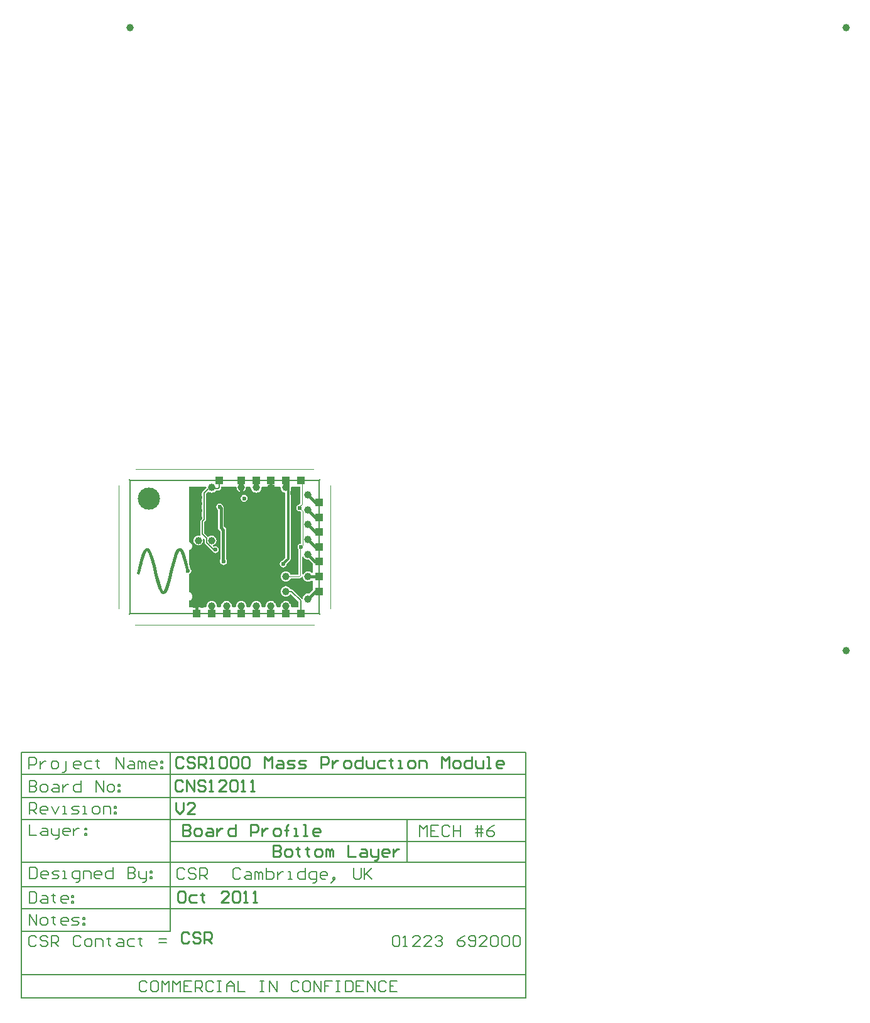
<source format=gbl>
%FSAX44Y44*%
%MOMM*%
G71*
G01*
G75*
G04 Layer_Physical_Order=2*
G04 Layer_Color=48896*
%ADD10R,0.6000X1.9000*%
%ADD11R,0.3500X0.5000*%
%ADD12R,0.5000X0.3500*%
%ADD13R,3.2000X3.2000*%
%ADD14R,1.4000X1.1000*%
%ADD15R,0.6000X1.2000*%
%ADD16R,1.3000X2.1000*%
%ADD17R,1.0000X1.2000*%
%ADD18R,0.5000X0.5000*%
%ADD19C,1.0000*%
%ADD20R,0.5000X0.5000*%
%ADD21C,0.2600*%
%ADD22C,0.2000*%
%ADD23C,0.1500*%
%ADD24C,0.4500*%
%ADD25C,0.3500*%
%ADD26C,0.1250*%
%ADD27C,0.4000*%
%ADD28C,0.2540*%
%ADD29C,0.3000*%
%ADD30C,0.5000*%
%ADD31C,0.0000*%
%ADD32C,0.1000*%
%ADD33R,1.0000X1.0000*%
%ADD34C,0.3000*%
%ADD35R,1.0000X1.0000*%
%ADD36C,3.0000*%
%ADD37C,0.6000*%
G36*
X00503557Y00888448D02*
D01*
X00503585Y00888429D01*
X00503585Y00888429D01*
X00503585D01*
X00503585Y00888429D01*
X00504438Y00887684D01*
D01*
X00504442Y00887681D01*
X00504442Y00887681D01*
X00504442D01*
X00504445Y00887677D01*
X00504454Y00887668D01*
Y00887668D01*
D01*
Y00887668D01*
D01*
D01*
X00504454D01*
X00504454Y00887668D01*
X00505096Y00886901D01*
X00505096Y00886901D01*
X00505096D01*
X00505106Y00886888D01*
D01*
X00505107Y00886886D01*
X00505107Y00886886D01*
X00505107D01*
X00506071Y00885389D01*
X00506071Y00885388D01*
X00506072Y00885388D01*
X00506072D01*
X00506074Y00885387D01*
X00506080Y00885375D01*
X00506081Y00885372D01*
X00507489Y00882400D01*
X00507489Y00882400D01*
X00507489D01*
X00507489Y00882400D01*
D01*
X00507495Y00882386D01*
X00507495Y00882385D01*
X00509554Y00876457D01*
Y00876457D01*
D01*
D01*
D01*
D01*
D01*
D01*
D01*
Y00876457D01*
X00509557Y00876448D01*
X00509557D01*
D01*
X00511227Y00870520D01*
D01*
D01*
D01*
D01*
D01*
D01*
X00511227D01*
D01*
Y00870520D01*
D01*
X00511228Y00870519D01*
X00511228Y00870519D01*
X00511228Y00870519D01*
X00511230Y00870516D01*
D01*
X00511230Y00870516D01*
X00513996Y00859395D01*
X00513338Y00858309D01*
X00510201Y00857553D01*
Y00857553D01*
D01*
D01*
Y00857553D01*
D01*
D01*
D01*
D01*
D01*
D01*
X00510201D01*
D01*
D01*
D01*
D01*
D01*
D01*
X00510201D01*
D01*
D01*
D01*
X00510201D01*
X00510044Y00857647D01*
X00510044Y00857647D01*
X00510044Y00857647D01*
X00510044Y00857647D01*
Y00857647D01*
Y00857647D01*
X00510044D01*
X00508607Y00863558D01*
X00508607Y00863558D01*
X00508607Y00863559D01*
X00507113Y00869427D01*
X00505482Y00875215D01*
X00504575Y00878042D01*
X00503553Y00880779D01*
X00502986Y00882079D01*
X00502367Y00883290D01*
X00501793Y00884185D01*
X00501793Y00884185D01*
D01*
D01*
D01*
D01*
X00501693Y00884343D01*
X00501692Y00884343D01*
X00501366Y00884733D01*
X00501366Y00884733D01*
X00501146Y00884930D01*
D01*
X00501141Y00884935D01*
D01*
X00501141D01*
D01*
X00501141Y00884935D01*
D01*
X00501119Y00884955D01*
X00501115Y00884958D01*
X00501115D01*
D01*
D01*
D01*
D01*
D01*
D01*
D01*
X00501009Y00884876D01*
D01*
Y00884876D01*
D01*
D01*
D01*
Y00884876D01*
D01*
D01*
D01*
D01*
D01*
X00501001Y00884866D01*
X00501001Y00884866D01*
X00501001D01*
D01*
D01*
D01*
Y00884865D01*
D01*
D01*
X00500524Y00884235D01*
X00500524D01*
D01*
D01*
D01*
X00500524Y00884235D01*
X00500019Y00883566D01*
X00498531Y00880426D01*
X00497528Y00877672D01*
X00495797Y00871959D01*
X00492803Y00860218D01*
X00492802D01*
X00492802Y00860218D01*
X00489127Y00845396D01*
D01*
D01*
D01*
D01*
X00489127Y00845395D01*
D01*
Y00845395D01*
D01*
Y00845395D01*
D01*
X00489127D01*
D01*
X00489127Y00845395D01*
X00489126Y00845388D01*
X00489126Y00845388D01*
X00489126D01*
X00486464Y00836490D01*
D01*
X00486463Y00836487D01*
D01*
D01*
D01*
D01*
D01*
D01*
D01*
D01*
X00486463Y00836487D01*
D01*
D01*
X00486464Y00836487D01*
X00486460Y00836477D01*
X00484662Y00832034D01*
X00484657Y00832023D01*
Y00832023D01*
D01*
Y00832023D01*
D01*
D01*
D01*
D01*
X00484657Y00832023D01*
X00484657Y00832023D01*
Y00832023D01*
X00484657D01*
D01*
D01*
D01*
D01*
D01*
D01*
D01*
X00484657Y00832023D01*
D01*
D01*
D01*
D01*
D01*
D01*
D01*
D01*
X00484657Y00832023D01*
X00484656Y00832022D01*
X00484656Y00832022D01*
D01*
D01*
D01*
D01*
X00483856Y00830517D01*
D01*
D01*
D01*
D01*
X00483856Y00830517D01*
X00483856Y00830517D01*
X00483856Y00830516D01*
X00483856D01*
X00483850Y00830500D01*
X00482782Y00828997D01*
X00482784Y00828995D01*
X00482776Y00828975D01*
X00482035Y00828222D01*
D01*
X00482022Y00828207D01*
X00482015Y00828205D01*
X00482015Y00828205D01*
X00482015Y00828205D01*
X00480984Y00827493D01*
X00480947Y00827475D01*
X00480947D01*
Y00827475D01*
D01*
D01*
Y00827475D01*
X00480946Y00827474D01*
D01*
D01*
Y00827474D01*
D01*
D01*
X00479496Y00827041D01*
X00479496Y00827041D01*
X00479496Y00827041D01*
X00479441Y00827036D01*
X00479441D01*
X00479441Y00827036D01*
X00477870Y00827226D01*
X00477870D01*
X00477870Y00827227D01*
X00477826Y00827240D01*
X00477826Y00827240D01*
X00477825Y00827241D01*
D01*
X00477825Y00827241D01*
X00477825Y00827241D01*
X00477825D01*
D01*
D01*
X00477825D01*
X00477824Y00827241D01*
X00477823Y00827241D01*
X00477823Y00827241D01*
X00477823D01*
D01*
X00476613Y00827883D01*
D01*
X00476585Y00827902D01*
D01*
X00476585Y00827902D01*
X00476585Y00827902D01*
X00475748Y00828657D01*
Y00828657D01*
X00475748D01*
X00475746Y00828659D01*
X00475740Y00828665D01*
X00475730Y00828676D01*
Y00828676D01*
D01*
X00475730D01*
X00475729Y00828678D01*
Y00828678D01*
X00475729D01*
X00475722Y00828687D01*
Y00828687D01*
X00475722Y00828687D01*
X00474584Y00830186D01*
Y00830186D01*
X00474583Y00830187D01*
Y00830187D01*
X00474583D01*
D01*
D01*
X00474578Y00830188D01*
X00474573Y00830201D01*
X00473734Y00831692D01*
X00473734Y00831693D01*
X00473733Y00831693D01*
X00473728Y00831704D01*
X00472425Y00834677D01*
X00472425D01*
X00472420Y00834687D01*
X00470436Y00840615D01*
X00470436D01*
X00470436Y00840615D01*
X00470434Y00840621D01*
Y00840621D01*
X00470434D01*
D01*
D01*
D01*
D01*
D01*
Y00840621D01*
D01*
D01*
D01*
Y00840621D01*
X00469171Y00845396D01*
X00467308Y00852437D01*
X00467294Y00852491D01*
X00467294Y00852491D01*
X00467292Y00852494D01*
X00467293Y00852496D01*
X00464414Y00864328D01*
X00461251Y00875962D01*
X00459258Y00881473D01*
X00458019Y00883872D01*
X00457733Y00884246D01*
X00457733Y00884246D01*
D01*
D01*
D01*
X00457733D01*
X00457345Y00884753D01*
Y00884753D01*
D01*
D01*
X00457115Y00884958D01*
X00457115Y00884958D01*
D01*
X00456990Y00884862D01*
X00456990Y00884862D01*
X00456698Y00884547D01*
X00456674Y00884522D01*
X00456674Y00884522D01*
X00456463Y00884215D01*
X00456463D01*
X00456463Y00884215D01*
X00456463D01*
X00456463D01*
Y00884215D01*
X00455994Y00883536D01*
X00455372Y00882353D01*
X00454255Y00879714D01*
X00453284Y00876934D01*
X00451985Y00872642D01*
X00450810Y00868276D01*
X00447181Y00853516D01*
Y00853516D01*
D01*
D01*
D01*
D01*
D01*
D01*
D01*
D01*
D01*
D01*
D01*
D01*
D01*
X00447181D01*
D01*
D01*
D01*
D01*
D01*
X00447181Y00853516D01*
Y00853516D01*
X00447056Y00853406D01*
D01*
X00447025Y00853419D01*
X00443886Y00854186D01*
X00443227Y00855272D01*
X00446688Y00869340D01*
Y00869340D01*
Y00869340D01*
D01*
D01*
D01*
X00446688D01*
D01*
D01*
D01*
D01*
D01*
D01*
D01*
D01*
D01*
D01*
D01*
D01*
D01*
X00446688D01*
D01*
D01*
D01*
D01*
D01*
D01*
D01*
D01*
Y00869340D01*
D01*
D01*
D01*
D01*
D01*
D01*
X00446688Y00869340D01*
X00449234Y00878249D01*
X00449235Y00878249D01*
X00449234Y00878249D01*
D01*
D01*
D01*
D01*
D01*
D01*
D01*
D01*
D01*
D01*
D01*
D01*
D01*
D01*
D01*
X00449234Y00878249D01*
X00449234Y00878250D01*
X00449236Y00878256D01*
X00449237Y00878257D01*
X00450272Y00881219D01*
X00450275Y00881227D01*
X00450275Y00881227D01*
X00450275Y00881227D01*
X00450276Y00881228D01*
X00451528Y00884185D01*
Y00884185D01*
X00451529Y00884187D01*
D01*
X00451529Y00884187D01*
Y00884187D01*
D01*
X00451533Y00884197D01*
X00452326Y00885702D01*
D01*
D01*
D01*
D01*
D01*
X00452327D01*
D01*
Y00885702D01*
D01*
D01*
D01*
D01*
X00452327Y00885702D01*
X00452334Y00885714D01*
X00452334D01*
D01*
D01*
Y00885714D01*
D01*
D01*
D01*
Y00885714D01*
D01*
D01*
D01*
D01*
D01*
D01*
X00452333Y00885717D01*
X00452333Y00885718D01*
X00453344Y00887168D01*
X00453380Y00887219D01*
Y00887218D01*
X00453380Y00887219D01*
X00453381Y00887220D01*
X00453378Y00887222D01*
X00453386Y00887241D01*
X00454105Y00887994D01*
X00454105Y00887994D01*
X00454105Y00887994D01*
X00454122Y00888009D01*
D01*
X00454122D01*
D01*
D01*
X00454122D01*
D01*
X00454122D01*
Y00888009D01*
D01*
D01*
X00455109Y00888728D01*
X00455113Y00888731D01*
X00455113Y00888731D01*
X00455126Y00888740D01*
X00455148Y00888750D01*
X00455149Y00888750D01*
X00455232Y00888778D01*
X00458912D01*
X00459504Y00888489D01*
X00459504Y00888489D01*
X00459536Y00888476D01*
X00460402Y00887717D01*
D01*
X00460424Y00887701D01*
X00461594Y00886183D01*
X00461594D01*
X00461600Y00886182D01*
X00461607Y00886164D01*
X00463157Y00883184D01*
X00463157Y00883184D01*
X00463158Y00883183D01*
X00463158Y00883183D01*
X00463164Y00883168D01*
X00465313Y00877237D01*
X00465313Y00877237D01*
X00465313Y00877237D01*
X00465317Y00877226D01*
D01*
X00468546Y00865355D01*
X00468547Y00865350D01*
X00471428Y00853508D01*
X00474516Y00841832D01*
X00476392Y00836221D01*
X00477530Y00833622D01*
X00478175Y00832473D01*
X00478489Y00832054D01*
Y00832054D01*
X00478489D01*
X00478489D01*
X00478489Y00832054D01*
X00478489D01*
X00478848Y00831575D01*
D01*
X00478848D01*
X00478848Y00831575D01*
X00479111Y00831332D01*
X00479208Y00831405D01*
X00479208Y00831405D01*
X00479504Y00831717D01*
X00479520Y00831733D01*
X00479520Y00831733D01*
X00479759Y00832074D01*
X00479759D01*
X00479759Y00832074D01*
X00479759D01*
X00479759D01*
Y00832074D01*
X00480199Y00832702D01*
X00480822Y00833874D01*
X00482443Y00837889D01*
X00485012Y00846486D01*
X00488664Y00861220D01*
X00488665Y00861221D01*
X00491694Y00873096D01*
X00491694Y00873096D01*
X00491694Y00873098D01*
X00491695Y00873102D01*
X00493493Y00879029D01*
X00493493Y00879029D01*
X00493492Y00879030D01*
X00493495Y00879036D01*
X00494573Y00881994D01*
X00494573Y00881994D01*
X00494577Y00882004D01*
D01*
X00494577Y00882005D01*
X00496348Y00885724D01*
X00496348Y00885724D01*
Y00885724D01*
X00496356Y00885743D01*
D01*
X00496356Y00885743D01*
X00496358Y00885742D01*
X00497109Y00886883D01*
X00497109D01*
Y00886883D01*
D01*
D01*
D01*
D01*
D01*
X00497109D01*
D01*
X00497109Y00886883D01*
X00497109Y00886883D01*
X00497113Y00886888D01*
D01*
X00497113D01*
D01*
Y00886888D01*
X00497122Y00886900D01*
X00497122D01*
X00497122D01*
X00497122D01*
D01*
D01*
D01*
D01*
Y00886900D01*
X00497122Y00886900D01*
X00497122D01*
X00497122D01*
D01*
X00498145Y00888027D01*
X00498145Y00888027D01*
Y00888027D01*
X00498166Y00888045D01*
X00498166D01*
X00498167Y00888046D01*
X00498167Y00888046D01*
Y00888046D01*
X00498167D01*
D01*
X00499175Y00888765D01*
Y00888765D01*
X00499175Y00888765D01*
Y00888765D01*
X00499177Y00888770D01*
X00499198Y00888778D01*
X00502914D01*
X00503557Y00888448D01*
D02*
G37*
G36*
X00668026Y00877070D02*
X00669148Y00875608D01*
X00670610Y00874485D01*
X00672313Y00873780D01*
X00674140Y00873540D01*
X00674620Y00873603D01*
X00680140Y00868082D01*
Y00856366D01*
X00679737Y00856056D01*
X00679001Y00855693D01*
X00677670Y00856714D01*
X00675967Y00857420D01*
X00674140Y00857660D01*
X00672313Y00857420D01*
X00670610Y00856714D01*
X00669148Y00855592D01*
X00668026Y00854130D01*
X00667812Y00853615D01*
X00666566Y00853862D01*
Y00877337D01*
X00667812Y00877585D01*
X00668026Y00877070D01*
D02*
G37*
G36*
X00626140Y00974600D02*
X00628922D01*
X00628940Y00971600D01*
X00636248D01*
X00637086Y00970645D01*
X00637080Y00970600D01*
X00637320Y00968773D01*
X00638026Y00967070D01*
X00639148Y00965608D01*
X00640610Y00964485D01*
X00642313Y00963780D01*
X00643571Y00963614D01*
Y00876078D01*
X00639193Y00871700D01*
X00638634Y00871589D01*
X00637146Y00870594D01*
X00636151Y00869106D01*
X00635802Y00867350D01*
X00636151Y00865594D01*
X00637146Y00864106D01*
X00638634Y00863111D01*
X00640390Y00862762D01*
X00642146Y00863111D01*
X00643634Y00864106D01*
X00644629Y00865594D01*
X00644978Y00867350D01*
X00644971Y00867384D01*
X00649663Y00872077D01*
X00650437Y00873234D01*
X00650709Y00874600D01*
Y00968166D01*
X00650960Y00968773D01*
X00651200Y00970600D01*
X00651195Y00970645D01*
X00652032Y00971600D01*
X00663214D01*
Y00949209D01*
X00661396Y00947391D01*
X00661134Y00947339D01*
X00659646Y00946344D01*
X00658651Y00944856D01*
X00658302Y00943100D01*
X00658651Y00941344D01*
X00659646Y00939856D01*
X00661134Y00938861D01*
X00662890Y00938512D01*
X00663282Y00938590D01*
X00664264Y00937784D01*
Y00895113D01*
X00662884Y00894839D01*
X00661396Y00893844D01*
X00660401Y00892356D01*
X00660052Y00890600D01*
X00660401Y00888844D01*
X00661214Y00887628D01*
Y00853459D01*
X00661031Y00853276D01*
X00650608D01*
X00650255Y00854130D01*
X00649133Y00855592D01*
X00647670Y00856714D01*
X00645967Y00857420D01*
X00644140Y00857660D01*
X00642313Y00857420D01*
X00640610Y00856714D01*
X00639148Y00855592D01*
X00638026Y00854130D01*
X00637320Y00852427D01*
X00637080Y00850600D01*
X00637320Y00848773D01*
X00638026Y00847070D01*
X00639148Y00845608D01*
X00640610Y00844485D01*
X00642313Y00843780D01*
X00644140Y00843540D01*
X00645967Y00843780D01*
X00647670Y00844485D01*
X00649133Y00845608D01*
X00650255Y00847070D01*
X00650608Y00847924D01*
X00662140D01*
X00662140Y00847924D01*
X00662994Y00848093D01*
X00663164Y00848127D01*
X00664033Y00848707D01*
X00665782Y00850457D01*
X00665783Y00850457D01*
X00665880Y00850604D01*
X00667117Y00850315D01*
X00667320Y00848773D01*
X00668026Y00847070D01*
X00669148Y00845608D01*
X00670610Y00844485D01*
X00672313Y00843780D01*
X00674140Y00843540D01*
X00675967Y00843780D01*
X00677670Y00844485D01*
X00679001Y00845507D01*
X00679737Y00845144D01*
X00680140Y00844834D01*
Y00832368D01*
X00675282Y00827510D01*
X00674140Y00827660D01*
X00672313Y00827420D01*
X00670610Y00826714D01*
X00669148Y00825592D01*
X00668026Y00824130D01*
X00667320Y00822427D01*
X00667107Y00820809D01*
X00665905Y00820401D01*
X00653723Y00832583D01*
X00652813Y00833190D01*
X00651740Y00833404D01*
X00650555D01*
X00650255Y00834130D01*
X00649133Y00835592D01*
X00647670Y00836714D01*
X00645967Y00837420D01*
X00644140Y00837660D01*
X00642313Y00837420D01*
X00640610Y00836714D01*
X00639148Y00835592D01*
X00638026Y00834130D01*
X00637320Y00832427D01*
X00637080Y00830600D01*
X00637320Y00828773D01*
X00638026Y00827070D01*
X00639148Y00825608D01*
X00640610Y00824485D01*
X00642313Y00823780D01*
X00644140Y00823540D01*
X00645967Y00823780D01*
X00647670Y00824485D01*
X00649133Y00825608D01*
X00650124Y00826900D01*
X00650590Y00826931D01*
X00652048Y00826327D01*
X00661336Y00817039D01*
Y00809600D01*
X00652032D01*
X00651195Y00810555D01*
X00651200Y00810600D01*
X00650960Y00812427D01*
X00650255Y00814130D01*
X00649133Y00815592D01*
X00647670Y00816714D01*
X00645967Y00817420D01*
X00644140Y00817660D01*
X00642313Y00817420D01*
X00640610Y00816714D01*
X00639148Y00815592D01*
X00638026Y00814130D01*
X00637320Y00812427D01*
X00637080Y00810600D01*
X00637086Y00810555D01*
X00636248Y00809600D01*
X00632032D01*
X00631194Y00810555D01*
X00631200Y00810600D01*
X00630960Y00812427D01*
X00630255Y00814130D01*
X00629132Y00815592D01*
X00627670Y00816714D01*
X00625967Y00817420D01*
X00624140Y00817660D01*
X00622313Y00817420D01*
X00620610Y00816714D01*
X00619148Y00815592D01*
X00618026Y00814130D01*
X00617320Y00812427D01*
X00617080Y00810600D01*
X00617086Y00810555D01*
X00616248Y00809600D01*
X00612032D01*
X00611194Y00810555D01*
X00611200Y00810600D01*
X00610960Y00812427D01*
X00610255Y00814130D01*
X00609132Y00815592D01*
X00607670Y00816714D01*
X00605967Y00817420D01*
X00604140Y00817660D01*
X00602313Y00817420D01*
X00600610Y00816714D01*
X00599148Y00815592D01*
X00598026Y00814130D01*
X00597320Y00812427D01*
X00597080Y00810600D01*
X00597086Y00810555D01*
X00596248Y00809600D01*
X00592032D01*
X00591194Y00810555D01*
X00591200Y00810600D01*
X00590960Y00812427D01*
X00590255Y00814130D01*
X00589132Y00815592D01*
X00587670Y00816714D01*
X00585967Y00817420D01*
X00584140Y00817660D01*
X00582313Y00817420D01*
X00580610Y00816714D01*
X00579148Y00815592D01*
X00578026Y00814130D01*
X00577320Y00812427D01*
X00577080Y00810600D01*
X00577086Y00810555D01*
X00576248Y00809600D01*
X00572032D01*
X00571194Y00810555D01*
X00571200Y00810600D01*
X00570960Y00812427D01*
X00570255Y00814130D01*
X00569132Y00815592D01*
X00567670Y00816714D01*
X00565967Y00817420D01*
X00564140Y00817660D01*
X00562313Y00817420D01*
X00560610Y00816714D01*
X00559148Y00815592D01*
X00558026Y00814130D01*
X00557320Y00812427D01*
X00557080Y00810600D01*
X00557086Y00810555D01*
X00556248Y00809600D01*
X00552032D01*
X00551194Y00810555D01*
X00551200Y00810600D01*
X00550960Y00812427D01*
X00550255Y00814130D01*
X00549132Y00815592D01*
X00547670Y00816714D01*
X00545967Y00817420D01*
X00544140Y00817660D01*
X00542313Y00817420D01*
X00540610Y00816714D01*
X00539148Y00815592D01*
X00538026Y00814130D01*
X00537320Y00812427D01*
X00537080Y00810600D01*
X00537086Y00810555D01*
X00536248Y00809600D01*
X00514140D01*
Y00818124D01*
X00515237Y00818343D01*
X00516576Y00819238D01*
X00517472Y00820577D01*
X00517786Y00822158D01*
Y00825658D01*
Y00825658D01*
X00517472Y00827238D01*
X00516576Y00828577D01*
X00515237Y00829473D01*
X00514140Y00829691D01*
Y00854224D01*
X00515384Y00855056D01*
X00516379Y00856544D01*
X00516728Y00858300D01*
X00516379Y00860056D01*
X00515669Y00861119D01*
X00514140Y00867264D01*
Y00886624D01*
X00515237Y00886842D01*
X00516576Y00887738D01*
X00517472Y00889077D01*
X00517786Y00890658D01*
Y00892907D01*
Y00892907D01*
X00517472Y00894488D01*
X00516576Y00895827D01*
X00515237Y00896722D01*
X00514140Y00896941D01*
Y00971600D01*
X00536252Y00971634D01*
X00537090Y00970680D01*
X00537080Y00970600D01*
X00537102Y00970427D01*
X00531907Y00965233D01*
X00531300Y00964323D01*
X00531086Y00963250D01*
Y00928794D01*
X00529570Y00927278D01*
X00528963Y00926368D01*
X00528749Y00925295D01*
Y00907887D01*
X00528963Y00906814D01*
X00529269Y00906355D01*
X00528464Y00905373D01*
X00527837Y00905633D01*
X00526140Y00905856D01*
X00524443Y00905633D01*
X00522862Y00904978D01*
X00521504Y00903936D01*
X00520462Y00902578D01*
X00519807Y00900997D01*
X00519584Y00899300D01*
X00519807Y00897603D01*
X00520462Y00896022D01*
X00521504Y00894664D01*
X00522862Y00893622D01*
X00524443Y00892967D01*
X00526140Y00892744D01*
X00527837Y00892967D01*
X00529418Y00893622D01*
X00530776Y00894664D01*
X00531818Y00896022D01*
X00532473Y00897603D01*
X00532696Y00899300D01*
X00532473Y00900997D01*
X00532300Y00901413D01*
X00533356Y00902118D01*
X00534586Y00900889D01*
Y00896504D01*
X00534800Y00895431D01*
X00535407Y00894521D01*
X00544934Y00884995D01*
X00545896Y00883556D01*
X00547384Y00882561D01*
X00549140Y00882212D01*
X00550896Y00882561D01*
X00552384Y00883556D01*
X00553379Y00885044D01*
X00553728Y00886800D01*
X00553379Y00888556D01*
X00552384Y00890044D01*
X00550896Y00891039D01*
X00549140Y00891388D01*
X00547384Y00891039D01*
X00547046Y00890813D01*
X00545977Y00891882D01*
X00546225Y00893128D01*
X00547418Y00893622D01*
X00548776Y00894664D01*
X00549818Y00896022D01*
X00550473Y00897603D01*
X00550696Y00899300D01*
X00550473Y00900997D01*
X00549818Y00902578D01*
X00548776Y00903936D01*
X00547418Y00904978D01*
X00545837Y00905633D01*
X00544140Y00905856D01*
X00542443Y00905633D01*
X00540862Y00904978D01*
X00539504Y00903936D01*
X00539373Y00904033D01*
X00539373Y00904033D01*
Y00904033D01*
X00534357Y00909048D01*
Y00924134D01*
X00535873Y00925650D01*
X00536480Y00926560D01*
X00536694Y00927633D01*
Y00962089D01*
X00539750Y00965145D01*
X00540610Y00964485D01*
X00542313Y00963780D01*
X00544140Y00963540D01*
X00545967Y00963780D01*
X00547670Y00964485D01*
X00549132Y00965608D01*
X00549891Y00966596D01*
X00552940D01*
X00554013Y00966809D01*
X00554923Y00967417D01*
X00556123Y00968617D01*
X00556730Y00969527D01*
X00556944Y00970600D01*
Y00971666D01*
X00577239Y00971697D01*
X00578046Y00970716D01*
X00578022Y00970600D01*
X00578488Y00968259D01*
X00579814Y00966274D01*
X00581799Y00964948D01*
X00582140Y00964880D01*
Y00970600D01*
X00586140D01*
Y00964880D01*
X00586481Y00964948D01*
X00588466Y00966274D01*
X00589792Y00968259D01*
X00590258Y00970600D01*
X00590234Y00970718D01*
X00591040Y00971700D01*
X00596261D01*
X00597099Y00970745D01*
X00597080Y00970600D01*
X00597320Y00968773D01*
X00598026Y00967070D01*
X00599148Y00965608D01*
X00600610Y00964485D01*
X00602313Y00963780D01*
X00604140Y00963540D01*
X00605967Y00963780D01*
X00607670Y00964485D01*
X00609132Y00965608D01*
X00610255Y00967070D01*
X00610960Y00968773D01*
X00611200Y00970600D01*
X00611181Y00970745D01*
X00612019Y00971700D01*
X00619640D01*
X00619581Y00973689D01*
X00620466Y00974600D01*
X00622140D01*
Y00980600D01*
X00626140D01*
Y00974600D01*
D02*
G37*
%LPC*%
G36*
X00554948Y00949083D02*
X00553192Y00948734D01*
X00551704Y00947739D01*
X00550709Y00946251D01*
X00550360Y00944495D01*
X00550709Y00942739D01*
X00551704Y00941251D01*
X00552562Y00940677D01*
Y00916700D01*
X00552562Y00916700D01*
X00552821Y00915398D01*
X00552872Y00915139D01*
X00553756Y00913816D01*
X00555762Y00911811D01*
Y00873744D01*
X00555372Y00873161D01*
X00555321Y00872902D01*
X00555062Y00871600D01*
X00555321Y00870298D01*
X00555372Y00870039D01*
X00555787Y00869418D01*
X00555901Y00868844D01*
X00556896Y00867356D01*
X00558384Y00866361D01*
X00560140Y00866012D01*
X00561896Y00866361D01*
X00563384Y00867356D01*
X00564379Y00868844D01*
X00564728Y00870600D01*
X00564624Y00871125D01*
X00564718Y00871600D01*
X00564408Y00873161D01*
X00563918Y00873893D01*
Y00913500D01*
X00563608Y00915061D01*
X00562724Y00916384D01*
X00562724Y00916384D01*
X00560718Y00918389D01*
Y00942803D01*
X00560408Y00944364D01*
X00559524Y00945687D01*
X00559265Y00945860D01*
X00559187Y00946251D01*
X00558192Y00947739D01*
X00556704Y00948734D01*
X00554948Y00949083D01*
D02*
G37*
G36*
X00587840Y00960688D02*
X00586084Y00960339D01*
X00584596Y00959344D01*
X00583601Y00957856D01*
X00583252Y00956100D01*
X00583601Y00954344D01*
X00584596Y00952856D01*
X00586084Y00951861D01*
X00587840Y00951512D01*
X00589596Y00951861D01*
X00591084Y00952856D01*
X00592079Y00954344D01*
X00592428Y00956100D01*
X00592079Y00957856D01*
X00591084Y00959344D01*
X00589596Y00960339D01*
X00587840Y00960688D01*
D02*
G37*
%LPD*%
D19*
X00584140Y00970600D02*
D03*
X00624140Y00810600D02*
D03*
X00604140D02*
D03*
X00544140Y00970600D02*
D03*
X00644140D02*
D03*
X00674140Y00960600D02*
D03*
Y00940600D02*
D03*
Y00920600D02*
D03*
X00644140Y00830600D02*
D03*
Y00810600D02*
D03*
X00544140D02*
D03*
X00564140D02*
D03*
X00584140D02*
D03*
X00644140Y00850600D02*
D03*
X00604140Y00970600D02*
D03*
X01399140Y00750600D02*
D03*
Y01590600D02*
D03*
X00434140D02*
D03*
X00674140Y00900600D02*
D03*
Y00880600D02*
D03*
Y00850600D02*
D03*
Y00820600D02*
D03*
X00526140Y00899300D02*
D03*
X00544140D02*
D03*
D22*
X00967940Y00282760D02*
Y00432640D01*
X00287837Y00282569D02*
X00967836D01*
X00807837Y00465498D02*
Y00522569D01*
X00487940Y00493569D02*
X00761837D01*
X00487940Y00405173D02*
Y00432640D01*
X00287940Y00416569D02*
Y00432640D01*
X00757836Y00493569D02*
X00967940D01*
X00287837Y00372569D02*
X00487836D01*
X00287940Y00282760D02*
Y00416569D01*
Y00613760D02*
X00967940Y00613640D01*
X00287940Y00552640D02*
X00477940Y00552640D01*
X00287940Y00522640D02*
X00477940D01*
X00287940Y00432640D02*
X00477940D01*
X00287940Y00402640D02*
X00477940D01*
X00487940Y00432640D02*
Y00613760D01*
X00287940Y00432640D02*
Y00613760D01*
X00477940Y00552640D02*
X00967940D01*
X00477940Y00522640D02*
X00967940D01*
X00477940Y00432640D02*
X00967940D01*
X00477940Y00402640D02*
X00967940D01*
Y00432640D02*
Y00613640D01*
X00487940Y00372569D02*
Y00405173D01*
X00287940Y00465569D02*
X00967940D01*
X00287940Y00583569D02*
X00967940D01*
X00287940Y00313569D02*
X00967940D01*
X00456937Y00303256D02*
X00454437Y00305755D01*
X00449439D01*
X00446940Y00303256D01*
Y00293259D01*
X00449439Y00290760D01*
X00454437D01*
X00456937Y00293259D01*
X00469433Y00305755D02*
X00464434D01*
X00461935Y00303256D01*
Y00293259D01*
X00464434Y00290760D01*
X00469433D01*
X00471932Y00293259D01*
Y00303256D01*
X00469433Y00305755D01*
X00476930Y00290760D02*
Y00305755D01*
X00481929Y00300757D01*
X00486927Y00305755D01*
Y00290760D01*
X00491925D02*
Y00305755D01*
X00496924Y00300757D01*
X00501922Y00305755D01*
Y00290760D01*
X00516917Y00305755D02*
X00506921D01*
Y00290760D01*
X00516917D01*
X00506921Y00298258D02*
X00511919D01*
X00521916Y00290760D02*
Y00305755D01*
X00529413D01*
X00531912Y00303256D01*
Y00298258D01*
X00529413Y00295758D01*
X00521916D01*
X00526914D02*
X00531912Y00290760D01*
X00546908Y00303256D02*
X00544408Y00305755D01*
X00539410D01*
X00536911Y00303256D01*
Y00293259D01*
X00539410Y00290760D01*
X00544408D01*
X00546908Y00293259D01*
X00551906Y00305755D02*
X00556904D01*
X00554405D01*
Y00290760D01*
X00551906D01*
X00556904D01*
X00564402D02*
Y00300757D01*
X00569400Y00305755D01*
X00574399Y00300757D01*
Y00290760D01*
Y00298258D01*
X00564402D01*
X00579397Y00305755D02*
Y00290760D01*
X00589394D01*
X00609387Y00305755D02*
X00614386D01*
X00611887D01*
Y00290760D01*
X00609387D01*
X00614386D01*
X00621883D02*
Y00305755D01*
X00631880Y00290760D01*
Y00305755D01*
X00661870Y00303256D02*
X00659371Y00305755D01*
X00654373D01*
X00651874Y00303256D01*
Y00293259D01*
X00654373Y00290760D01*
X00659371D01*
X00661870Y00293259D01*
X00674366Y00305755D02*
X00669368D01*
X00666869Y00303256D01*
Y00293259D01*
X00669368Y00290760D01*
X00674366D01*
X00676865Y00293259D01*
Y00303256D01*
X00674366Y00305755D01*
X00681864Y00290760D02*
Y00305755D01*
X00691861Y00290760D01*
Y00305755D01*
X00706856D02*
X00696859D01*
Y00298258D01*
X00701857D01*
X00696859D01*
Y00290760D01*
X00711854Y00305755D02*
X00716853D01*
X00714353D01*
Y00290760D01*
X00711854D01*
X00716853D01*
X00724350Y00305755D02*
Y00290760D01*
X00731848D01*
X00734347Y00293259D01*
Y00303256D01*
X00731848Y00305755D01*
X00724350D01*
X00749342D02*
X00739345D01*
Y00290760D01*
X00749342D01*
X00739345Y00298258D02*
X00744344D01*
X00754341Y00290760D02*
Y00305755D01*
X00764337Y00290760D01*
Y00305755D01*
X00779332Y00303256D02*
X00776833Y00305755D01*
X00771835D01*
X00769336Y00303256D01*
Y00293259D01*
X00771835Y00290760D01*
X00776833D01*
X00779332Y00293259D01*
X00794327Y00305755D02*
X00784331D01*
Y00290760D01*
X00794327D01*
X00784331Y00298258D02*
X00789329D01*
X00298336Y00380569D02*
Y00395564D01*
X00308333Y00380569D01*
Y00395564D01*
X00315831Y00380569D02*
X00320829D01*
X00323328Y00383068D01*
Y00388067D01*
X00320829Y00390566D01*
X00315831D01*
X00313332Y00388067D01*
Y00383068D01*
X00315831Y00380569D01*
X00330826Y00393065D02*
Y00390566D01*
X00328327D01*
X00333325D01*
X00330826D01*
Y00383068D01*
X00333325Y00380569D01*
X00348320D02*
X00343322D01*
X00340823Y00383068D01*
Y00388067D01*
X00343322Y00390566D01*
X00348320D01*
X00350819Y00388067D01*
Y00385568D01*
X00340823D01*
X00355818Y00380569D02*
X00363315D01*
X00365815Y00383068D01*
X00363315Y00385568D01*
X00358317D01*
X00355818Y00388067D01*
X00358317Y00390566D01*
X00365815D01*
X00370813D02*
X00373312D01*
Y00388067D01*
X00370813D01*
Y00390566D01*
Y00383068D02*
X00373312D01*
Y00380569D01*
X00370813D01*
Y00383068D01*
X00298336Y00530569D02*
Y00545564D01*
X00305834D01*
X00308333Y00543065D01*
Y00538067D01*
X00305834Y00535568D01*
X00298336D01*
X00303335D02*
X00308333Y00530569D01*
X00320829D02*
X00315831D01*
X00313332Y00533068D01*
Y00538067D01*
X00315831Y00540566D01*
X00320829D01*
X00323328Y00538067D01*
Y00535568D01*
X00313332D01*
X00328327Y00540566D02*
X00333325Y00530569D01*
X00338324Y00540566D01*
X00343322Y00530569D02*
X00348320D01*
X00345821D01*
Y00540566D01*
X00343322D01*
X00355818Y00530569D02*
X00363315D01*
X00365815Y00533068D01*
X00363315Y00535568D01*
X00358317D01*
X00355818Y00538067D01*
X00358317Y00540566D01*
X00365815D01*
X00370813Y00530569D02*
X00375811D01*
X00373312D01*
Y00540566D01*
X00370813D01*
X00385808Y00530569D02*
X00390807D01*
X00393306Y00533068D01*
Y00538067D01*
X00390807Y00540566D01*
X00385808D01*
X00383309Y00538067D01*
Y00533068D01*
X00385808Y00530569D01*
X00398304D02*
Y00540566D01*
X00405802D01*
X00408301Y00538067D01*
Y00530569D01*
X00413299Y00540566D02*
X00415798D01*
Y00538067D01*
X00413299D01*
Y00540566D01*
Y00533068D02*
X00415798D01*
Y00530569D01*
X00413299D01*
Y00533068D01*
X00298336Y00516564D02*
Y00501569D01*
X00308333D01*
X00315831Y00511566D02*
X00320829D01*
X00323328Y00509067D01*
Y00501569D01*
X00315831D01*
X00313332Y00504068D01*
X00315831Y00506567D01*
X00323328D01*
X00328327Y00511566D02*
Y00504068D01*
X00330826Y00501569D01*
X00338324D01*
Y00499070D01*
X00335824Y00496571D01*
X00333325D01*
X00338324Y00501569D02*
Y00511566D01*
X00350819Y00501569D02*
X00345821D01*
X00343322Y00504068D01*
Y00509067D01*
X00345821Y00511566D01*
X00350819D01*
X00353319Y00509067D01*
Y00506567D01*
X00343322D01*
X00358317Y00511566D02*
Y00501569D01*
Y00506567D01*
X00360816Y00509067D01*
X00363315Y00511566D01*
X00365815D01*
X00373312D02*
X00375811D01*
Y00509067D01*
X00373312D01*
Y00511566D01*
Y00504068D02*
X00375811D01*
Y00501569D01*
X00373312D01*
Y00504068D01*
X00298836Y00458564D02*
Y00443569D01*
X00306334D01*
X00308833Y00446068D01*
Y00456065D01*
X00306334Y00458564D01*
X00298836D01*
X00321329Y00443569D02*
X00316331D01*
X00313832Y00446068D01*
Y00451067D01*
X00316331Y00453566D01*
X00321329D01*
X00323828Y00451067D01*
Y00448568D01*
X00313832D01*
X00328827Y00443569D02*
X00336324D01*
X00338824Y00446068D01*
X00336324Y00448568D01*
X00331326D01*
X00328827Y00451067D01*
X00331326Y00453566D01*
X00338824D01*
X00343822Y00443569D02*
X00348820D01*
X00346321D01*
Y00453566D01*
X00343822D01*
X00361316Y00438571D02*
X00363815D01*
X00366315Y00441070D01*
Y00453566D01*
X00358817D01*
X00356318Y00451067D01*
Y00446068D01*
X00358817Y00443569D01*
X00366315D01*
X00371313D02*
Y00453566D01*
X00378811D01*
X00381310Y00451067D01*
Y00443569D01*
X00393806D02*
X00388807D01*
X00386308Y00446068D01*
Y00451067D01*
X00388807Y00453566D01*
X00393806D01*
X00396305Y00451067D01*
Y00448568D01*
X00386308D01*
X00411300Y00458564D02*
Y00443569D01*
X00403802D01*
X00401303Y00446068D01*
Y00451067D01*
X00403802Y00453566D01*
X00411300D01*
X00431293Y00458564D02*
Y00443569D01*
X00438791D01*
X00441290Y00446068D01*
Y00448568D01*
X00438791Y00451067D01*
X00431293D01*
X00438791D01*
X00441290Y00453566D01*
Y00456065D01*
X00438791Y00458564D01*
X00431293D01*
X00446289Y00453566D02*
Y00446068D01*
X00448788Y00443569D01*
X00456285D01*
Y00441070D01*
X00453786Y00438571D01*
X00451287D01*
X00456285Y00443569D02*
Y00453566D01*
X00461284D02*
X00463783D01*
Y00451067D01*
X00461284D01*
Y00453566D01*
Y00446068D02*
X00463783D01*
Y00443569D01*
X00461284D01*
Y00446068D01*
X00298336Y00425564D02*
Y00410569D01*
X00305834D01*
X00308333Y00413068D01*
Y00423065D01*
X00305834Y00425564D01*
X00298336D01*
X00315831Y00420566D02*
X00320829D01*
X00323328Y00418067D01*
Y00410569D01*
X00315831D01*
X00313332Y00413068D01*
X00315831Y00415568D01*
X00323328D01*
X00330826Y00423065D02*
Y00420566D01*
X00328327D01*
X00333325D01*
X00330826D01*
Y00413068D01*
X00333325Y00410569D01*
X00348320D02*
X00343322D01*
X00340823Y00413068D01*
Y00418067D01*
X00343322Y00420566D01*
X00348320D01*
X00350819Y00418067D01*
Y00415568D01*
X00340823D01*
X00355818Y00420566D02*
X00358317D01*
Y00418067D01*
X00355818D01*
Y00420566D01*
Y00413068D02*
X00358317D01*
Y00410569D01*
X00355818D01*
Y00413068D01*
X00507937Y00455136D02*
X00505438Y00457635D01*
X00500439D01*
X00497940Y00455136D01*
Y00445139D01*
X00500439Y00442640D01*
X00505438D01*
X00507937Y00445139D01*
X00522932Y00455136D02*
X00520433Y00457635D01*
X00515434D01*
X00512935Y00455136D01*
Y00452637D01*
X00515434Y00450137D01*
X00520433D01*
X00522932Y00447638D01*
Y00445139D01*
X00520433Y00442640D01*
X00515434D01*
X00512935Y00445139D01*
X00527930Y00442640D02*
Y00457635D01*
X00535428D01*
X00537927Y00455136D01*
Y00450137D01*
X00535428Y00447638D01*
X00527930D01*
X00532929D02*
X00537927Y00442640D01*
X00582912Y00455136D02*
X00580413Y00457635D01*
X00575415D01*
X00572916Y00455136D01*
Y00445139D01*
X00575415Y00442640D01*
X00580413D01*
X00582912Y00445139D01*
X00590410Y00452637D02*
X00595409D01*
X00597908Y00450137D01*
Y00442640D01*
X00590410D01*
X00587911Y00445139D01*
X00590410Y00447638D01*
X00597908D01*
X00602906Y00442640D02*
Y00452637D01*
X00605405D01*
X00607904Y00450137D01*
Y00442640D01*
Y00450137D01*
X00610404Y00452637D01*
X00612903Y00450137D01*
Y00442640D01*
X00617901Y00457635D02*
Y00442640D01*
X00625399D01*
X00627898Y00445139D01*
Y00447638D01*
Y00450137D01*
X00625399Y00452637D01*
X00617901D01*
X00632896D02*
Y00442640D01*
Y00447638D01*
X00635396Y00450137D01*
X00637895Y00452637D01*
X00640394D01*
X00647891Y00442640D02*
X00652890D01*
X00650391D01*
Y00452637D01*
X00647891D01*
X00670384Y00457635D02*
Y00442640D01*
X00662887D01*
X00660387Y00445139D01*
Y00450137D01*
X00662887Y00452637D01*
X00670384D01*
X00680381Y00437641D02*
X00682880D01*
X00685379Y00440141D01*
Y00452637D01*
X00677882D01*
X00675383Y00450137D01*
Y00445139D01*
X00677882Y00442640D01*
X00685379D01*
X00697875D02*
X00692877D01*
X00690378Y00445139D01*
Y00450137D01*
X00692877Y00452637D01*
X00697875D01*
X00700375Y00450137D01*
Y00447638D01*
X00690378D01*
X00707872Y00440141D02*
X00710371Y00442640D01*
Y00445139D01*
X00707872D01*
Y00442640D01*
X00710371D01*
X00707872Y00440141D01*
X00705373Y00437641D01*
X00735363Y00457635D02*
Y00445139D01*
X00737862Y00442640D01*
X00742861D01*
X00745360Y00445139D01*
Y00457635D01*
X00750358D02*
Y00442640D01*
Y00447638D01*
X00760355Y00457635D01*
X00752858Y00450137D01*
X00760355Y00442640D01*
X00824837Y00500569D02*
Y00515564D01*
X00829835Y00510566D01*
X00834834Y00515564D01*
Y00500569D01*
X00849829Y00515564D02*
X00839832D01*
Y00500569D01*
X00849829D01*
X00839832Y00508067D02*
X00844830D01*
X00864824Y00513065D02*
X00862325Y00515564D01*
X00857327D01*
X00854827Y00513065D01*
Y00503068D01*
X00857327Y00500569D01*
X00862325D01*
X00864824Y00503068D01*
X00869822Y00515564D02*
Y00500569D01*
Y00508067D01*
X00879819D01*
Y00515564D01*
Y00500569D01*
X00902312D02*
Y00515564D01*
X00907310D02*
Y00500569D01*
X00899813Y00510566D02*
X00907310D01*
X00909809D01*
X00899813Y00505567D02*
X00909809D01*
X00924805Y00515564D02*
X00919806Y00513065D01*
X00914808Y00508067D01*
Y00503068D01*
X00917307Y00500569D01*
X00922305D01*
X00924805Y00503068D01*
Y00505567D01*
X00922305Y00508067D01*
X00914808D01*
X00298336Y00575564D02*
Y00560569D01*
X00305834D01*
X00308333Y00563068D01*
Y00565568D01*
X00305834Y00568067D01*
X00298336D01*
X00305834D01*
X00308333Y00570566D01*
Y00573065D01*
X00305834Y00575564D01*
X00298336D01*
X00315831Y00560569D02*
X00320829D01*
X00323328Y00563068D01*
Y00568067D01*
X00320829Y00570566D01*
X00315831D01*
X00313332Y00568067D01*
Y00563068D01*
X00315831Y00560569D01*
X00330826Y00570566D02*
X00335824D01*
X00338324Y00568067D01*
Y00560569D01*
X00330826D01*
X00328327Y00563068D01*
X00330826Y00565568D01*
X00338324D01*
X00343322Y00570566D02*
Y00560569D01*
Y00565568D01*
X00345821Y00568067D01*
X00348320Y00570566D01*
X00350819D01*
X00368314Y00575564D02*
Y00560569D01*
X00360816D01*
X00358317Y00563068D01*
Y00568067D01*
X00360816Y00570566D01*
X00368314D01*
X00388307Y00560569D02*
Y00575564D01*
X00398304Y00560569D01*
Y00575564D01*
X00405802Y00560569D02*
X00410800D01*
X00413299Y00563068D01*
Y00568067D01*
X00410800Y00570566D01*
X00405802D01*
X00403302Y00568067D01*
Y00563068D01*
X00405802Y00560569D01*
X00418298Y00570566D02*
X00420797D01*
Y00568067D01*
X00418298D01*
Y00570566D01*
Y00563068D02*
X00420797D01*
Y00560569D01*
X00418298D01*
Y00563068D01*
X00307937Y00364256D02*
X00305438Y00366755D01*
X00300439D01*
X00297940Y00364256D01*
Y00354259D01*
X00300439Y00351760D01*
X00305438D01*
X00307937Y00354259D01*
X00322932Y00364256D02*
X00320433Y00366755D01*
X00315434D01*
X00312935Y00364256D01*
Y00361757D01*
X00315434Y00359258D01*
X00320433D01*
X00322932Y00356758D01*
Y00354259D01*
X00320433Y00351760D01*
X00315434D01*
X00312935Y00354259D01*
X00327930Y00351760D02*
Y00366755D01*
X00335428D01*
X00337927Y00364256D01*
Y00359258D01*
X00335428Y00356758D01*
X00327930D01*
X00332929D02*
X00337927Y00351760D01*
X00367917Y00364256D02*
X00365418Y00366755D01*
X00360420D01*
X00357921Y00364256D01*
Y00354259D01*
X00360420Y00351760D01*
X00365418D01*
X00367917Y00354259D01*
X00375415Y00351760D02*
X00380413D01*
X00382912Y00354259D01*
Y00359258D01*
X00380413Y00361757D01*
X00375415D01*
X00372916Y00359258D01*
Y00354259D01*
X00375415Y00351760D01*
X00387911D02*
Y00361757D01*
X00395408D01*
X00397908Y00359258D01*
Y00351760D01*
X00405405Y00364256D02*
Y00361757D01*
X00402906D01*
X00407904D01*
X00405405D01*
Y00354259D01*
X00407904Y00351760D01*
X00417901Y00361757D02*
X00422900D01*
X00425399Y00359258D01*
Y00351760D01*
X00417901D01*
X00415402Y00354259D01*
X00417901Y00356758D01*
X00425399D01*
X00440394Y00361757D02*
X00432896D01*
X00430397Y00359258D01*
Y00354259D01*
X00432896Y00351760D01*
X00440394D01*
X00447891Y00364256D02*
Y00361757D01*
X00445392D01*
X00450391D01*
X00447891D01*
Y00354259D01*
X00450391Y00351760D01*
X00472883Y00356758D02*
X00482880D01*
X00472883Y00361757D02*
X00482880D01*
X00787781Y00364256D02*
X00790281Y00366755D01*
X00795279D01*
X00797778Y00364256D01*
Y00354259D01*
X00795279Y00351760D01*
X00790281D01*
X00787781Y00354259D01*
Y00364256D01*
X00802776Y00351760D02*
X00807775D01*
X00805276D01*
Y00366755D01*
X00802776Y00364256D01*
X00825269Y00351760D02*
X00815273D01*
X00825269Y00361757D01*
Y00364256D01*
X00822770Y00366755D01*
X00817772D01*
X00815273Y00364256D01*
X00840264Y00351760D02*
X00830268D01*
X00840264Y00361757D01*
Y00364256D01*
X00837765Y00366755D01*
X00832767D01*
X00830268Y00364256D01*
X00845263D02*
X00847762Y00366755D01*
X00852760D01*
X00855259Y00364256D01*
Y00361757D01*
X00852760Y00359258D01*
X00850261D01*
X00852760D01*
X00855259Y00356758D01*
Y00354259D01*
X00852760Y00351760D01*
X00847762D01*
X00845263Y00354259D01*
X00885250Y00366755D02*
X00880251Y00364256D01*
X00875253Y00359258D01*
Y00354259D01*
X00877752Y00351760D01*
X00882751D01*
X00885250Y00354259D01*
Y00356758D01*
X00882751Y00359258D01*
X00875253D01*
X00890248Y00354259D02*
X00892747Y00351760D01*
X00897746D01*
X00900245Y00354259D01*
Y00364256D01*
X00897746Y00366755D01*
X00892747D01*
X00890248Y00364256D01*
Y00361757D01*
X00892747Y00359258D01*
X00900245D01*
X00915240Y00351760D02*
X00905243D01*
X00915240Y00361757D01*
Y00364256D01*
X00912741Y00366755D01*
X00907742D01*
X00905243Y00364256D01*
X00920238D02*
X00922738Y00366755D01*
X00927736D01*
X00930235Y00364256D01*
Y00354259D01*
X00927736Y00351760D01*
X00922738D01*
X00920238Y00354259D01*
Y00364256D01*
X00935234D02*
X00937733Y00366755D01*
X00942731D01*
X00945230Y00364256D01*
Y00354259D01*
X00942731Y00351760D01*
X00937733D01*
X00935234Y00354259D01*
Y00364256D01*
X00950229D02*
X00952728Y00366755D01*
X00957726D01*
X00960226Y00364256D01*
Y00354259D01*
X00957726Y00351760D01*
X00952728D01*
X00950229Y00354259D01*
Y00364256D01*
X00297940Y00591760D02*
Y00606755D01*
X00305438D01*
X00307937Y00604256D01*
Y00599258D01*
X00305438Y00596758D01*
X00297940D01*
X00312935Y00601757D02*
Y00591760D01*
Y00596758D01*
X00315434Y00599258D01*
X00317934Y00601757D01*
X00320433D01*
X00330429Y00591760D02*
X00335428D01*
X00337927Y00594259D01*
Y00599258D01*
X00335428Y00601757D01*
X00330429D01*
X00327930Y00599258D01*
Y00594259D01*
X00330429Y00591760D01*
X00342925Y00586762D02*
X00345425D01*
X00347924Y00589261D01*
Y00601757D01*
X00365418Y00591760D02*
X00360420D01*
X00357921Y00594259D01*
Y00599258D01*
X00360420Y00601757D01*
X00365418D01*
X00367917Y00599258D01*
Y00596758D01*
X00357921D01*
X00382912Y00601757D02*
X00375415D01*
X00372916Y00599258D01*
Y00594259D01*
X00375415Y00591760D01*
X00382912D01*
X00390410Y00604256D02*
Y00601757D01*
X00387911D01*
X00392909D01*
X00390410D01*
Y00594259D01*
X00392909Y00591760D01*
X00415402D02*
Y00606755D01*
X00425399Y00591760D01*
Y00606755D01*
X00432896Y00601757D02*
X00437895D01*
X00440394Y00599258D01*
Y00591760D01*
X00432896D01*
X00430397Y00594259D01*
X00432896Y00596758D01*
X00440394D01*
X00445392Y00591760D02*
Y00601757D01*
X00447891D01*
X00450391Y00599258D01*
Y00591760D01*
Y00599258D01*
X00452890Y00601757D01*
X00455389Y00599258D01*
Y00591760D01*
X00467885D02*
X00462887D01*
X00460387Y00594259D01*
Y00599258D01*
X00462887Y00601757D01*
X00467885D01*
X00470384Y00599258D01*
Y00596758D01*
X00460387D01*
X00475382Y00601757D02*
X00477882D01*
Y00599258D01*
X00475382D01*
Y00601757D01*
Y00594259D02*
X00477882D01*
Y00591760D01*
X00475382D01*
Y00594259D01*
D23*
X00644140Y00830600D02*
X00651740D01*
X00540040Y00969400D02*
X00552940D01*
X00554140Y00970600D02*
Y00980600D01*
X00552940Y00969400D02*
X00554140Y00970600D01*
X00533890Y00963250D02*
X00540040Y00969400D01*
X00533890Y00927633D02*
Y00963250D01*
X00531553Y00925295D02*
X00533890Y00927633D01*
X00531553Y00907887D02*
Y00925295D01*
Y00907887D02*
X00537390Y00902050D01*
Y00896504D02*
Y00902050D01*
Y00896504D02*
X00547094Y00886800D01*
X00549140D01*
X00664140Y00800600D02*
Y00818200D01*
X00651740Y00830600D02*
X00664140Y00818200D01*
X00434140Y00800600D02*
Y00980600D01*
X00689140D01*
Y00800600D02*
Y00980600D01*
X00434140Y00800600D02*
X00689140D01*
D26*
X00663890Y00852350D02*
Y00890600D01*
X00664640D02*
X00666940Y00892900D01*
Y00939050D01*
X00662890Y00943100D02*
X00666940Y00939050D01*
X00662890Y00943100D02*
Y00945100D01*
X00665890Y00948100D01*
Y00978850D01*
X00664140Y00980600D02*
X00665890Y00978850D01*
X00644140Y00850600D02*
X00662140D01*
X00663890Y00852350D01*
D27*
X00524140Y00800600D02*
Y00811600D01*
X00674140Y00820600D02*
X00684140Y00830600D01*
X00689140D01*
X00674140Y00850600D02*
X00689140D01*
X00673890Y00880100D02*
X00683390Y00870600D01*
X00689140D01*
X00674140Y00900600D02*
X00684140Y00890600D01*
X00689140D01*
X00674140Y00960600D02*
X00683890Y00950850D01*
X00689140D01*
X00674140Y00940600D02*
X00684140Y00930600D01*
X00689140D01*
X00674140Y00920600D02*
X00684140Y00910600D01*
X00689140D01*
X00559140Y00871600D02*
X00560640D01*
X00559140D02*
X00559840Y00872300D01*
X00554948Y00944495D02*
X00555240Y00944203D01*
X00556640Y00916700D02*
Y00942803D01*
Y00916700D02*
X00559840Y00913500D01*
Y00872300D02*
Y00913500D01*
X00544140Y00800600D02*
Y00810600D01*
X00564140Y00800600D02*
Y00810600D01*
X00584140Y00800600D02*
Y00810600D01*
X00604140Y00800600D02*
Y00810600D01*
X00624140Y00800600D02*
Y00810600D01*
X00644140Y00800600D02*
Y00810600D01*
Y00970600D02*
Y00980600D01*
D28*
X00555240Y00944203D02*
X00556640Y00942803D01*
X00626800Y00488415D02*
Y00473180D01*
X00634417D01*
X00636957Y00475719D01*
Y00478258D01*
X00634417Y00480798D01*
X00626800D01*
X00634417D01*
X00636957Y00483337D01*
Y00485876D01*
X00634417Y00488415D01*
X00626800D01*
X00644574Y00473180D02*
X00649653D01*
X00652192Y00475719D01*
Y00480798D01*
X00649653Y00483337D01*
X00644574D01*
X00642035Y00480798D01*
Y00475719D01*
X00644574Y00473180D01*
X00659809Y00485876D02*
Y00483337D01*
X00657270D01*
X00662348D01*
X00659809D01*
Y00475719D01*
X00662348Y00473180D01*
X00672505Y00485876D02*
Y00483337D01*
X00669966D01*
X00675044D01*
X00672505D01*
Y00475719D01*
X00675044Y00473180D01*
X00685201D02*
X00690279D01*
X00692819Y00475719D01*
Y00480798D01*
X00690279Y00483337D01*
X00685201D01*
X00682662Y00480798D01*
Y00475719D01*
X00685201Y00473180D01*
X00697897D02*
Y00483337D01*
X00700436D01*
X00702975Y00480798D01*
Y00473180D01*
Y00480798D01*
X00705515Y00483337D01*
X00708054Y00480798D01*
Y00473180D01*
X00728367Y00488415D02*
Y00473180D01*
X00738524D01*
X00746141Y00483337D02*
X00751220D01*
X00753759Y00480798D01*
Y00473180D01*
X00746141D01*
X00743602Y00475719D01*
X00746141Y00478258D01*
X00753759D01*
X00758837Y00483337D02*
Y00475719D01*
X00761376Y00473180D01*
X00768994D01*
Y00470641D01*
X00766455Y00468102D01*
X00763916D01*
X00768994Y00473180D02*
Y00483337D01*
X00781690Y00473180D02*
X00776611D01*
X00774072Y00475719D01*
Y00480798D01*
X00776611Y00483337D01*
X00781690D01*
X00784229Y00480798D01*
Y00478258D01*
X00774072D01*
X00789307Y00483337D02*
Y00473180D01*
Y00478258D01*
X00791847Y00480798D01*
X00794386Y00483337D01*
X00796925D01*
X00505070Y00516085D02*
Y00500850D01*
X00512687D01*
X00515227Y00503389D01*
Y00505928D01*
X00512687Y00508467D01*
X00505070D01*
X00512687D01*
X00515227Y00511007D01*
Y00513546D01*
X00512687Y00516085D01*
X00505070D01*
X00522844Y00500850D02*
X00527923D01*
X00530462Y00503389D01*
Y00508467D01*
X00527923Y00511007D01*
X00522844D01*
X00520305Y00508467D01*
Y00503389D01*
X00522844Y00500850D01*
X00538079Y00511007D02*
X00543158D01*
X00545697Y00508467D01*
Y00500850D01*
X00538079D01*
X00535540Y00503389D01*
X00538079Y00505928D01*
X00545697D01*
X00550775Y00511007D02*
Y00500850D01*
Y00505928D01*
X00553314Y00508467D01*
X00555854Y00511007D01*
X00558393D01*
X00576167Y00516085D02*
Y00500850D01*
X00568549D01*
X00566010Y00503389D01*
Y00508467D01*
X00568549Y00511007D01*
X00576167D01*
X00596480Y00500850D02*
Y00516085D01*
X00604098D01*
X00606637Y00513546D01*
Y00508467D01*
X00604098Y00505928D01*
X00596480D01*
X00611716Y00511007D02*
Y00500850D01*
Y00505928D01*
X00614255Y00508467D01*
X00616794Y00511007D01*
X00619333D01*
X00629490Y00500850D02*
X00634568D01*
X00637107Y00503389D01*
Y00508467D01*
X00634568Y00511007D01*
X00629490D01*
X00626951Y00508467D01*
Y00503389D01*
X00629490Y00500850D01*
X00644725D02*
Y00513546D01*
Y00508467D01*
X00642186D01*
X00647264D01*
X00644725D01*
Y00513546D01*
X00647264Y00516085D01*
X00654882Y00500850D02*
X00659960D01*
X00657421D01*
Y00511007D01*
X00654882D01*
X00667577Y00500850D02*
X00672656D01*
X00670117D01*
Y00516085D01*
X00667577D01*
X00687891Y00500850D02*
X00682812D01*
X00680273Y00503389D01*
Y00508467D01*
X00682812Y00511007D01*
X00687891D01*
X00690430Y00508467D01*
Y00505928D01*
X00680273D01*
X00506097Y00605456D02*
X00503558Y00607995D01*
X00498479D01*
X00495940Y00605456D01*
Y00595299D01*
X00498479Y00592760D01*
X00503558D01*
X00506097Y00595299D01*
X00521332Y00605456D02*
X00518793Y00607995D01*
X00513714D01*
X00511175Y00605456D01*
Y00602917D01*
X00513714Y00600378D01*
X00518793D01*
X00521332Y00597838D01*
Y00595299D01*
X00518793Y00592760D01*
X00513714D01*
X00511175Y00595299D01*
X00526410Y00592760D02*
Y00607995D01*
X00534028D01*
X00536567Y00605456D01*
Y00600378D01*
X00534028Y00597838D01*
X00526410D01*
X00531488D02*
X00536567Y00592760D01*
X00541645D02*
X00546724D01*
X00544184D01*
Y00607995D01*
X00541645Y00605456D01*
X00554341D02*
X00556880Y00607995D01*
X00561959D01*
X00564498Y00605456D01*
Y00595299D01*
X00561959Y00592760D01*
X00556880D01*
X00554341Y00595299D01*
Y00605456D01*
X00569576D02*
X00572115Y00607995D01*
X00577194D01*
X00579733Y00605456D01*
Y00595299D01*
X00577194Y00592760D01*
X00572115D01*
X00569576Y00595299D01*
Y00605456D01*
X00584811D02*
X00587350Y00607995D01*
X00592429D01*
X00594968Y00605456D01*
Y00595299D01*
X00592429Y00592760D01*
X00587350D01*
X00584811Y00595299D01*
Y00605456D01*
X00615281Y00592760D02*
Y00607995D01*
X00620360Y00602917D01*
X00625438Y00607995D01*
Y00592760D01*
X00633056Y00602917D02*
X00638134D01*
X00640673Y00600378D01*
Y00592760D01*
X00633056D01*
X00630517Y00595299D01*
X00633056Y00597838D01*
X00640673D01*
X00645751Y00592760D02*
X00653369D01*
X00655908Y00595299D01*
X00653369Y00597838D01*
X00648291D01*
X00645751Y00600378D01*
X00648291Y00602917D01*
X00655908D01*
X00660987Y00592760D02*
X00668604D01*
X00671143Y00595299D01*
X00668604Y00597838D01*
X00663526D01*
X00660987Y00600378D01*
X00663526Y00602917D01*
X00671143D01*
X00691457Y00592760D02*
Y00607995D01*
X00699074D01*
X00701613Y00605456D01*
Y00600378D01*
X00699074Y00597838D01*
X00691457D01*
X00706692Y00602917D02*
Y00592760D01*
Y00597838D01*
X00709231Y00600378D01*
X00711770Y00602917D01*
X00714309D01*
X00724466Y00592760D02*
X00729544D01*
X00732084Y00595299D01*
Y00600378D01*
X00729544Y00602917D01*
X00724466D01*
X00721927Y00600378D01*
Y00595299D01*
X00724466Y00592760D01*
X00747319Y00607995D02*
Y00592760D01*
X00739701D01*
X00737162Y00595299D01*
Y00600378D01*
X00739701Y00602917D01*
X00747319D01*
X00752397D02*
Y00595299D01*
X00754936Y00592760D01*
X00762554D01*
Y00602917D01*
X00777789D02*
X00770171D01*
X00767632Y00600378D01*
Y00595299D01*
X00770171Y00592760D01*
X00777789D01*
X00785406Y00605456D02*
Y00602917D01*
X00782867D01*
X00787945D01*
X00785406D01*
Y00595299D01*
X00787945Y00592760D01*
X00795563D02*
X00800641D01*
X00798102D01*
Y00602917D01*
X00795563D01*
X00810798Y00592760D02*
X00815876D01*
X00818416Y00595299D01*
Y00600378D01*
X00815876Y00602917D01*
X00810798D01*
X00808259Y00600378D01*
Y00595299D01*
X00810798Y00592760D01*
X00823494D02*
Y00602917D01*
X00831112D01*
X00833651Y00600378D01*
Y00592760D01*
X00853964D02*
Y00607995D01*
X00859043Y00602917D01*
X00864121Y00607995D01*
Y00592760D01*
X00871738D02*
X00876817D01*
X00879356Y00595299D01*
Y00600378D01*
X00876817Y00602917D01*
X00871738D01*
X00869199Y00600378D01*
Y00595299D01*
X00871738Y00592760D01*
X00894591Y00607995D02*
Y00592760D01*
X00886973D01*
X00884434Y00595299D01*
Y00600378D01*
X00886973Y00602917D01*
X00894591D01*
X00899669D02*
Y00595299D01*
X00902209Y00592760D01*
X00909826D01*
Y00602917D01*
X00914904Y00592760D02*
X00919983D01*
X00917444D01*
Y00607995D01*
X00914904D01*
X00935218Y00592760D02*
X00930139D01*
X00927600Y00595299D01*
Y00600378D01*
X00930139Y00602917D01*
X00935218D01*
X00937757Y00600378D01*
Y00597838D01*
X00927600D01*
X00505097Y00573706D02*
X00502557Y00576245D01*
X00497479D01*
X00494940Y00573706D01*
Y00563549D01*
X00497479Y00561010D01*
X00502557D01*
X00505097Y00563549D01*
X00510175Y00561010D02*
Y00576245D01*
X00520332Y00561010D01*
Y00576245D01*
X00535567Y00573706D02*
X00533028Y00576245D01*
X00527949D01*
X00525410Y00573706D01*
Y00571167D01*
X00527949Y00568628D01*
X00533028D01*
X00535567Y00566088D01*
Y00563549D01*
X00533028Y00561010D01*
X00527949D01*
X00525410Y00563549D01*
X00540645Y00561010D02*
X00545724D01*
X00543184D01*
Y00576245D01*
X00540645Y00573706D01*
X00563498Y00561010D02*
X00553341D01*
X00563498Y00571167D01*
Y00573706D01*
X00560959Y00576245D01*
X00555880D01*
X00553341Y00573706D01*
X00568576D02*
X00571115Y00576245D01*
X00576194D01*
X00578733Y00573706D01*
Y00563549D01*
X00576194Y00561010D01*
X00571115D01*
X00568576Y00563549D01*
Y00573706D01*
X00583811Y00561010D02*
X00588890D01*
X00586350D01*
Y00576245D01*
X00583811Y00573706D01*
X00596507Y00561010D02*
X00601586D01*
X00599046D01*
Y00576245D01*
X00596507Y00573706D01*
X00495690Y00545495D02*
Y00535338D01*
X00500768Y00530260D01*
X00505847Y00535338D01*
Y00545495D01*
X00521082Y00530260D02*
X00510925D01*
X00521082Y00540417D01*
Y00542956D01*
X00518543Y00545495D01*
X00513464D01*
X00510925Y00542956D01*
X00513847Y00368956D02*
X00511307Y00371495D01*
X00506229D01*
X00503690Y00368956D01*
Y00358799D01*
X00506229Y00356260D01*
X00511307D01*
X00513847Y00358799D01*
X00529082Y00368956D02*
X00526543Y00371495D01*
X00521464D01*
X00518925Y00368956D01*
Y00366417D01*
X00521464Y00363877D01*
X00526543D01*
X00529082Y00361338D01*
Y00358799D01*
X00526543Y00356260D01*
X00521464D01*
X00518925Y00358799D01*
X00534160Y00356260D02*
Y00371495D01*
X00541778D01*
X00544317Y00368956D01*
Y00363877D01*
X00541778Y00361338D01*
X00534160D01*
X00539239D02*
X00544317Y00356260D01*
X00506307Y00426245D02*
X00501229D01*
X00498690Y00423706D01*
Y00413549D01*
X00501229Y00411010D01*
X00506307D01*
X00508847Y00413549D01*
Y00423706D01*
X00506307Y00426245D01*
X00524082Y00421167D02*
X00516464D01*
X00513925Y00418628D01*
Y00413549D01*
X00516464Y00411010D01*
X00524082D01*
X00531699Y00423706D02*
Y00421167D01*
X00529160D01*
X00534239D01*
X00531699D01*
Y00413549D01*
X00534239Y00411010D01*
X00567248D02*
X00557091D01*
X00567248Y00421167D01*
Y00423706D01*
X00564709Y00426245D01*
X00559630D01*
X00557091Y00423706D01*
X00572326D02*
X00574865Y00426245D01*
X00579944D01*
X00582483Y00423706D01*
Y00413549D01*
X00579944Y00411010D01*
X00574865D01*
X00572326Y00413549D01*
Y00423706D01*
X00587561Y00411010D02*
X00592640D01*
X00590100D01*
Y00426245D01*
X00587561Y00423706D01*
X00600257Y00411010D02*
X00605336D01*
X00602796D01*
Y00426245D01*
X00600257Y00423706D01*
D29*
X00647140Y00874600D02*
Y00980600D01*
X00641140Y00868600D02*
X00647140Y00874600D01*
X00604140Y00970600D02*
Y00980600D01*
D31*
X00653980D02*
X00674300D01*
X00613980D02*
X00634300D01*
X00513980Y00800600D02*
X00534300D01*
X00573980D02*
X00594300D01*
X00553980D02*
X00574300D01*
X00533980D02*
X00554300D01*
X00593980D02*
X00614300D01*
X00613980D02*
X00634300D01*
X00633980D02*
X00654300D01*
X00653980D02*
X00674300D01*
X00689140Y00820440D02*
Y00840760D01*
Y00840440D02*
Y00860760D01*
Y00860440D02*
Y00880760D01*
Y00880440D02*
Y00900760D01*
Y00900440D02*
Y00920760D01*
Y00920440D02*
Y00940760D01*
Y00940690D02*
Y00961010D01*
X00593980Y00980600D02*
X00614300D01*
X00573980D02*
X00594300D01*
D32*
X00441640Y00995600D02*
X00681640D01*
X00703890Y00973350D02*
X00704140Y00807600D01*
X00441140Y00785600D02*
X00682140D01*
X00419140Y00807600D02*
Y00973600D01*
D33*
X00664140Y00980600D02*
D03*
X00644140D02*
D03*
X00554140D02*
D03*
X00624140D02*
D03*
X00524140Y00800600D02*
D03*
X00584140D02*
D03*
X00564140D02*
D03*
X00544140D02*
D03*
X00604140D02*
D03*
X00624140D02*
D03*
X00644140D02*
D03*
X00664140D02*
D03*
X00604140Y00980600D02*
D03*
X00584140D02*
D03*
D34*
X00689890Y00981350D02*
D03*
Y00799850D02*
D03*
X00433390D02*
D03*
Y00981350D02*
D03*
D35*
X00689140Y00830600D02*
D03*
Y00850600D02*
D03*
Y00870600D02*
D03*
Y00890600D02*
D03*
Y00910600D02*
D03*
Y00930600D02*
D03*
Y00950850D02*
D03*
D36*
X00459140Y00955600D02*
D03*
D37*
X00659440Y00923600D02*
D03*
X00535440Y00850200D02*
D03*
X00602840Y00957100D02*
D03*
X00562540Y00968600D02*
D03*
X00525840Y00850000D02*
D03*
X00559440Y00850900D02*
D03*
X00603890Y00923600D02*
D03*
X00629890Y00969600D02*
D03*
X00652890Y00963600D02*
D03*
X00635040Y00836000D02*
D03*
X00637940Y00818000D02*
D03*
X00629890Y00824600D02*
D03*
X00576840Y00818500D02*
D03*
X00548140Y00866600D02*
D03*
X00553040Y00908900D02*
D03*
X00518890Y00907600D02*
D03*
X00512140Y00858300D02*
D03*
X00557140Y00952600D02*
D03*
X00613140Y00930600D02*
D03*
Y00940600D02*
D03*
Y00950600D02*
D03*
X00640640Y00877600D02*
D03*
X00640390Y00867350D02*
D03*
X00581140Y00912600D02*
D03*
X00550340Y00931700D02*
D03*
X00522140Y00930600D02*
D03*
X00560140Y00870600D02*
D03*
X00599320Y00870340D02*
D03*
X00538140Y00866600D02*
D03*
X00529140Y00957600D02*
D03*
X00546340Y00952500D02*
D03*
X00539336Y00957672D02*
D03*
X00538140Y00876600D02*
D03*
Y00885600D02*
D03*
X00569640Y00925600D02*
D03*
X00615140Y00920600D02*
D03*
X00554948Y00944495D02*
D03*
X00536303Y00921279D02*
D03*
X00610490Y00881350D02*
D03*
X00587890D02*
D03*
X00599390D02*
D03*
Y00859350D02*
D03*
X00587890Y00859550D02*
D03*
X00610490Y00859350D02*
D03*
X00587890Y00870350D02*
D03*
X00610490D02*
D03*
X00662890Y00943100D02*
D03*
X00654140Y00866600D02*
D03*
X00633390Y00924350D02*
D03*
X00664640Y00890600D02*
D03*
X00655640Y00937600D02*
D03*
X00659390Y00950350D02*
D03*
X00633890Y00953100D02*
D03*
X00628640Y00941350D02*
D03*
X00602890Y00822600D02*
D03*
X00521140Y00810600D02*
D03*
Y00820600D02*
D03*
Y00830600D02*
D03*
Y00839600D02*
D03*
X00531140D02*
D03*
X00552740Y00851100D02*
D03*
X00531140Y00830600D02*
D03*
Y00820600D02*
D03*
Y00810600D02*
D03*
X00541140Y00820600D02*
D03*
Y00830600D02*
D03*
Y00839600D02*
D03*
X00630840Y00817800D02*
D03*
X00651140Y00816600D02*
D03*
X00629140Y00841600D02*
D03*
X00656140D02*
D03*
X00674140Y00837600D02*
D03*
X00654140Y00855600D02*
D03*
Y00877600D02*
D03*
X00530140Y00866600D02*
D03*
Y00876600D02*
D03*
Y00885600D02*
D03*
X00520140D02*
D03*
Y00876600D02*
D03*
Y00866600D02*
D03*
X00539140Y00929600D02*
D03*
Y00939600D02*
D03*
Y00948600D02*
D03*
X00529140D02*
D03*
Y00939600D02*
D03*
Y00929600D02*
D03*
X00519140Y00967600D02*
D03*
Y00957600D02*
D03*
Y00948600D02*
D03*
Y00939600D02*
D03*
X00587840Y00956100D02*
D03*
X00549140Y00886800D02*
D03*
X00562640Y00919850D02*
D03*
X00549140Y00939500D02*
D03*
X00640540Y00962000D02*
D03*
Y00948700D02*
D03*
X00562640Y00959800D02*
D03*
X00624240Y00913700D02*
D03*
X00663440Y00837800D02*
D03*
X00623840Y00924200D02*
D03*
X00675140Y00864600D02*
D03*
M02*

</source>
